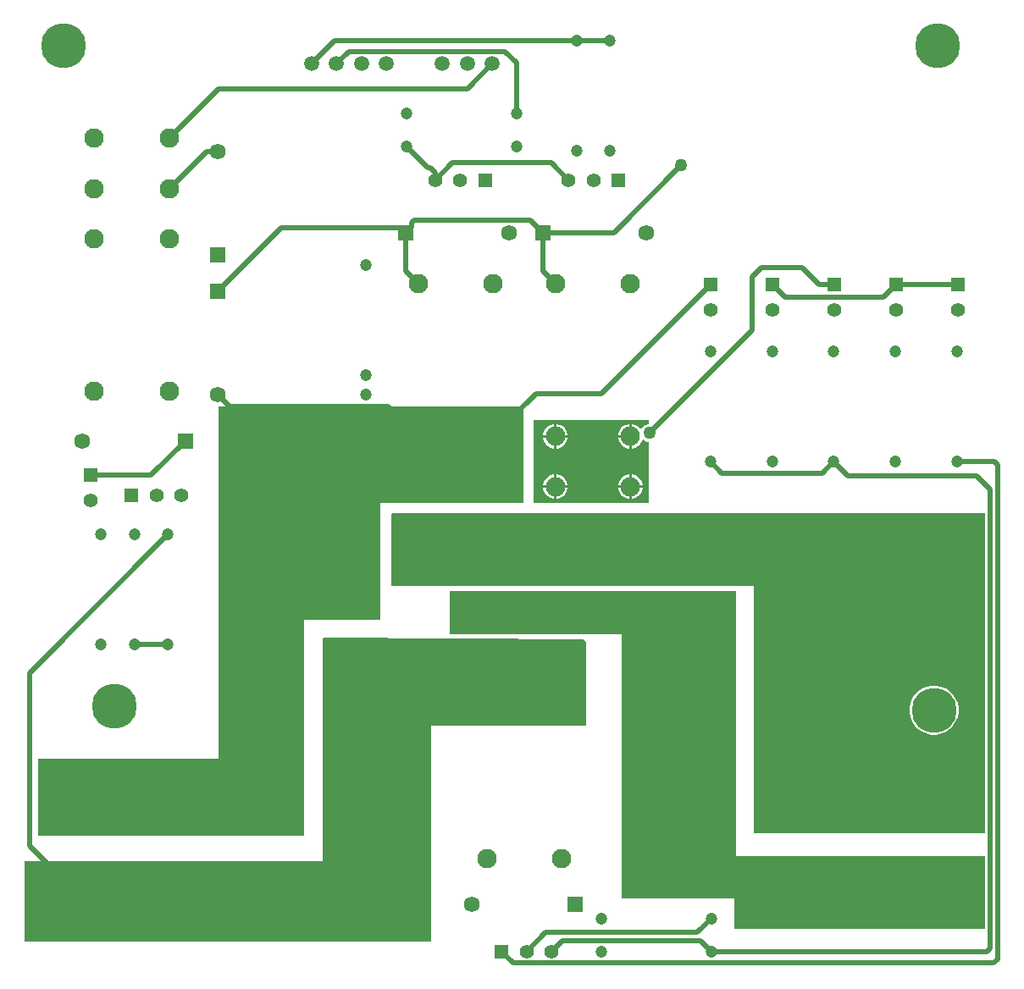
<source format=gbl>
G04*
G04 #@! TF.GenerationSoftware,Altium Limited,Altium Designer,23.8.1 (32)*
G04*
G04 Layer_Physical_Order=2*
G04 Layer_Color=16711680*
%FSLAX25Y25*%
%MOIN*%
G70*
G04*
G04 #@! TF.SameCoordinates,D6E9CDF8-AAC3-469D-917B-50C59DE8B454*
G04*
G04*
G04 #@! TF.FilePolarity,Positive*
G04*
G01*
G75*
%ADD20C,0.05900*%
%ADD25C,0.01968*%
%ADD27R,0.06260X0.06260*%
%ADD28C,0.06260*%
%ADD29C,0.07677*%
%ADD30C,0.04724*%
%ADD31C,0.05512*%
%ADD32R,0.05512X0.05512*%
%ADD33R,0.06260X0.06260*%
%ADD34R,0.05512X0.05512*%
%ADD35C,0.17717*%
%ADD36C,0.05000*%
G36*
X346372Y366600D02*
X345939D01*
X345049Y366361D01*
X344251Y365901D01*
X343599Y365249D01*
X343398Y364901D01*
X343121Y364855D01*
X342808Y364878D01*
X341971Y365714D01*
X340868Y366351D01*
X339637Y366681D01*
X339500D01*
Y361843D01*
Y357004D01*
X339637D01*
X340868Y357334D01*
X341971Y357971D01*
X342872Y358872D01*
X343509Y359975D01*
X343605Y360333D01*
X344088Y360462D01*
X344251Y360299D01*
X345049Y359839D01*
X345939Y359600D01*
X346372D01*
Y335628D01*
X300872D01*
Y368128D01*
X346372D01*
Y366600D01*
D02*
G37*
G36*
X245500Y331500D02*
X478500D01*
Y205500D01*
X387500D01*
Y303000D01*
X245000D01*
Y331347D01*
X245462Y331538D01*
X245500Y331500D01*
D02*
G37*
G36*
X297000Y335500D02*
X240500D01*
Y289500D01*
X210500D01*
Y204500D01*
X106000D01*
Y235000D01*
X177000D01*
Y373500D01*
X297000D01*
Y335500D01*
D02*
G37*
G36*
X380500Y196500D02*
X478500D01*
Y168000D01*
X380000D01*
Y180000D01*
X335500D01*
Y284000D01*
X268000D01*
Y301000D01*
X380500D01*
Y196500D01*
D02*
G37*
G36*
X320500Y282000D02*
X321500Y281000D01*
Y248000D01*
X260500D01*
Y163000D01*
X100500D01*
Y194500D01*
X218000D01*
Y282034D01*
X218354Y282387D01*
X320500Y282000D01*
D02*
G37*
%LPC*%
G36*
X310109Y366681D02*
X309972D01*
Y362343D01*
X314311D01*
Y362480D01*
X313981Y363710D01*
X313344Y364814D01*
X312443Y365714D01*
X311340Y366351D01*
X310109Y366681D01*
D02*
G37*
G36*
X338500D02*
X338363D01*
X337132Y366351D01*
X336029Y365714D01*
X335128Y364814D01*
X334491Y363710D01*
X334161Y362480D01*
Y362343D01*
X338500D01*
Y366681D01*
D02*
G37*
G36*
X308972D02*
X308835D01*
X307605Y366351D01*
X306501Y365714D01*
X305601Y364814D01*
X304964Y363710D01*
X304634Y362480D01*
Y362343D01*
X308972D01*
Y366681D01*
D02*
G37*
G36*
X338500Y361343D02*
X334161D01*
Y361206D01*
X334491Y359975D01*
X335128Y358872D01*
X336029Y357971D01*
X337132Y357334D01*
X338363Y357004D01*
X338500D01*
Y361343D01*
D02*
G37*
G36*
X314311D02*
X309972D01*
Y357004D01*
X310109D01*
X311340Y357334D01*
X312443Y357971D01*
X313344Y358872D01*
X313981Y359975D01*
X314311Y361206D01*
Y361343D01*
D02*
G37*
G36*
X308972D02*
X304634D01*
Y361206D01*
X304964Y359975D01*
X305601Y358872D01*
X306501Y357971D01*
X307605Y357334D01*
X308835Y357004D01*
X308972D01*
Y361343D01*
D02*
G37*
G36*
X310109Y346839D02*
X309972D01*
Y342500D01*
X314311D01*
Y342637D01*
X313981Y343868D01*
X313344Y344971D01*
X312443Y345872D01*
X311340Y346509D01*
X310109Y346839D01*
D02*
G37*
G36*
X339637D02*
X339500D01*
Y342500D01*
X343839D01*
Y342637D01*
X343509Y343868D01*
X342872Y344971D01*
X341971Y345872D01*
X340868Y346509D01*
X339637Y346839D01*
D02*
G37*
G36*
X308972D02*
X308835D01*
X307605Y346509D01*
X306501Y345872D01*
X305601Y344971D01*
X304964Y343868D01*
X304634Y342637D01*
Y342500D01*
X308972D01*
Y346839D01*
D02*
G37*
G36*
X338500D02*
X338363D01*
X337132Y346509D01*
X336029Y345872D01*
X335128Y344971D01*
X334491Y343868D01*
X334161Y342637D01*
Y342500D01*
X338500D01*
Y346839D01*
D02*
G37*
G36*
X343839Y341500D02*
X339500D01*
Y337161D01*
X339637D01*
X340868Y337491D01*
X341971Y338128D01*
X342872Y339029D01*
X343509Y340132D01*
X343839Y341363D01*
Y341500D01*
D02*
G37*
G36*
X338500D02*
X334161D01*
Y341363D01*
X334491Y340132D01*
X335128Y339029D01*
X336029Y338128D01*
X337132Y337491D01*
X338363Y337161D01*
X338500D01*
Y341500D01*
D02*
G37*
G36*
X314311D02*
X309972D01*
Y337161D01*
X310109D01*
X311340Y337491D01*
X312443Y338128D01*
X313344Y339029D01*
X313981Y340132D01*
X314311Y341363D01*
Y341500D01*
D02*
G37*
G36*
X308972D02*
X304634D01*
Y341363D01*
X304964Y340132D01*
X305601Y339029D01*
X306501Y338128D01*
X307605Y337491D01*
X308835Y337161D01*
X308972D01*
Y341500D01*
D02*
G37*
G36*
X459450Y263646D02*
X457550D01*
X455687Y263275D01*
X453931Y262548D01*
X452351Y261492D01*
X451008Y260149D01*
X449952Y258569D01*
X449225Y256814D01*
X448854Y254950D01*
Y253050D01*
X449225Y251186D01*
X449952Y249431D01*
X451008Y247851D01*
X452351Y246508D01*
X453931Y245452D01*
X455687Y244725D01*
X457550Y244354D01*
X459450D01*
X461313Y244725D01*
X463069Y245452D01*
X464649Y246508D01*
X465992Y247851D01*
X467048Y249431D01*
X467775Y251186D01*
X468146Y253050D01*
Y254950D01*
X467775Y256814D01*
X467048Y258569D01*
X465992Y260149D01*
X464649Y261492D01*
X463069Y262548D01*
X461313Y263275D01*
X459450Y263646D01*
D02*
G37*
%LPD*%
D20*
X265000Y508500D02*
D03*
X274843D02*
D03*
X284686D02*
D03*
X213472D02*
D03*
X223315D02*
D03*
X233157D02*
D03*
X243000D02*
D03*
D25*
X123500Y179500D02*
X147122D01*
X102500Y268654D02*
X157000Y323154D01*
X102500Y200500D02*
Y268654D01*
Y200500D02*
X123500Y179500D01*
X475341Y346160D02*
X480500Y341000D01*
X424687Y346160D02*
X475341D01*
X419000Y351846D02*
X424687Y346160D01*
X480500Y160153D02*
Y341000D01*
X479347Y159000D02*
X480500Y160153D01*
X370807Y159000D02*
X479347D01*
X467500Y351846D02*
X482347D01*
X483500Y156000D02*
Y350693D01*
X482347Y351846D02*
X483500Y350693D01*
X481972Y154472D02*
X483500Y156000D01*
X292843Y154472D02*
X481972D01*
X288315Y159000D02*
X292843Y154472D01*
X250606Y426787D02*
Y442000D01*
Y426787D02*
X255472Y421921D01*
X252752Y444146D02*
Y445748D01*
X248606Y444000D02*
X250606Y442000D01*
X253905Y446902D02*
X299705D01*
X250606Y442000D02*
X252752Y444146D01*
Y445748D02*
X253905Y446902D01*
X299705D02*
X304606Y442000D01*
X201500Y444000D02*
X248606D01*
X176500Y419000D02*
X201500Y444000D01*
X304606Y442000D02*
X332500D01*
X304606Y426787D02*
Y442000D01*
Y426787D02*
X309472Y421921D01*
X332500Y442000D02*
X359000Y468500D01*
X285000Y361843D02*
X301757Y378600D01*
X327600D01*
X370500Y421500D01*
X243715Y373600D02*
X255472Y361843D01*
X181113Y373600D02*
X243715D01*
X176500Y378213D02*
X181113Y373600D01*
X438625Y416500D02*
X443625Y421500D01*
X399875Y416500D02*
X438625D01*
X394875Y421500D02*
X399875Y416500D01*
X274786Y498600D02*
X284686Y508500D01*
X176943Y498600D02*
X274786D01*
X157528Y479185D02*
X176943Y498600D01*
X370500Y351846D02*
X375046Y347300D01*
X414454D01*
X419000Y351846D01*
X308000Y159000D02*
X312200Y163200D01*
X366607D01*
X370807Y159000D01*
X213472Y508500D02*
X222626Y517654D01*
X318000D01*
X172079Y473894D02*
X176500D01*
X157528Y459343D02*
X172079Y473894D01*
X413300Y421500D02*
X419250D01*
X406600Y428200D02*
X413300Y421500D01*
X390400Y428200D02*
X406600D01*
X386800Y424600D02*
X390400Y428200D01*
X386800Y403500D02*
Y424600D01*
X346400Y363100D02*
X386800Y403500D01*
X262157Y462579D02*
Y465600D01*
X260211Y467546D02*
X262157Y465600D01*
X259300Y467546D02*
X260211D01*
X250846Y476000D02*
X259300Y467546D01*
X150394Y346500D02*
X163894Y360000D01*
X126500Y346500D02*
X150394D01*
X294154Y489000D02*
Y508800D01*
X289654Y513300D02*
X294154Y508800D01*
X228115Y513300D02*
X289654D01*
X223315Y508500D02*
X228115Y513300D01*
X365307Y166500D02*
X370807Y172000D01*
X305657Y166500D02*
X365307D01*
X298157Y159000D02*
X305657Y166500D01*
X262157Y462579D02*
X268979Y469400D01*
X307836D01*
X314657Y462579D01*
X443625Y421500D02*
X468000D01*
X318000Y517654D02*
X331000D01*
X144000Y279846D02*
X157000D01*
D27*
X250606Y442000D02*
D03*
X317394Y177500D02*
D03*
X304606Y442000D02*
D03*
X163894Y360000D02*
D03*
D28*
X291394Y442000D02*
D03*
X276606Y177500D02*
D03*
X345394Y442000D02*
D03*
X176500Y378213D02*
D03*
Y473894D02*
D03*
X123106Y360000D02*
D03*
D29*
X285000Y421921D02*
D03*
X255472D02*
D03*
X285000Y342000D02*
D03*
X255472D02*
D03*
X285000Y361843D02*
D03*
X255472D02*
D03*
X285000Y322157D02*
D03*
X255472D02*
D03*
X282472Y195579D02*
D03*
X312000D02*
D03*
X282472Y275500D02*
D03*
X312000D02*
D03*
X282472Y255657D02*
D03*
X312000D02*
D03*
X282472Y295343D02*
D03*
X312000D02*
D03*
X339000Y421921D02*
D03*
X309472D02*
D03*
X339000Y342000D02*
D03*
X309472D02*
D03*
X339000Y361843D02*
D03*
X309472D02*
D03*
X339000Y322157D02*
D03*
X309472D02*
D03*
X128000Y379421D02*
D03*
X157528D02*
D03*
X128000Y459343D02*
D03*
X157528D02*
D03*
X128000Y439500D02*
D03*
X157528D02*
D03*
X128000Y479185D02*
D03*
X157528D02*
D03*
D30*
X467500Y395154D02*
D03*
Y351846D02*
D03*
X370807Y172000D02*
D03*
X327500D02*
D03*
X370807Y159000D02*
D03*
X327500D02*
D03*
X250846Y489000D02*
D03*
X294154D02*
D03*
X250846Y476000D02*
D03*
X294154D02*
D03*
X370500Y395154D02*
D03*
Y351846D02*
D03*
X394750Y395154D02*
D03*
Y351846D02*
D03*
X419000Y395154D02*
D03*
Y351846D02*
D03*
X443250Y395154D02*
D03*
Y351846D02*
D03*
X331000Y474346D02*
D03*
Y517654D02*
D03*
X318000Y474346D02*
D03*
Y517654D02*
D03*
X235000Y386000D02*
D03*
Y429307D02*
D03*
Y334846D02*
D03*
Y378154D02*
D03*
X130500Y279846D02*
D03*
Y323154D02*
D03*
X144000D02*
D03*
Y279846D02*
D03*
X157000Y323154D02*
D03*
Y279846D02*
D03*
D31*
X308000Y159000D02*
D03*
X298157D02*
D03*
X262157Y462579D02*
D03*
X272000D02*
D03*
X314657D02*
D03*
X324500D02*
D03*
X126500Y336500D02*
D03*
X162343Y338421D02*
D03*
X152500D02*
D03*
X419250Y411500D02*
D03*
X443625D02*
D03*
X370500D02*
D03*
X394875D02*
D03*
X468000D02*
D03*
D32*
X288315Y159000D02*
D03*
X281843Y462579D02*
D03*
X334343D02*
D03*
X142657Y338421D02*
D03*
D33*
X176500Y419000D02*
D03*
Y433106D02*
D03*
D34*
X126500Y346500D02*
D03*
X419250Y421500D02*
D03*
X443625D02*
D03*
X370500D02*
D03*
X394875D02*
D03*
X468000D02*
D03*
D35*
X468122Y179500D02*
D03*
X444500D02*
D03*
Y223000D02*
D03*
X468122D02*
D03*
X147122Y179500D02*
D03*
X123500D02*
D03*
X147122Y223000D02*
D03*
X123500D02*
D03*
X458500Y254000D02*
D03*
X136000Y255500D02*
D03*
X460000Y515500D02*
D03*
X116000D02*
D03*
D36*
X359000Y468500D02*
D03*
X346400Y363100D02*
D03*
M02*

</source>
